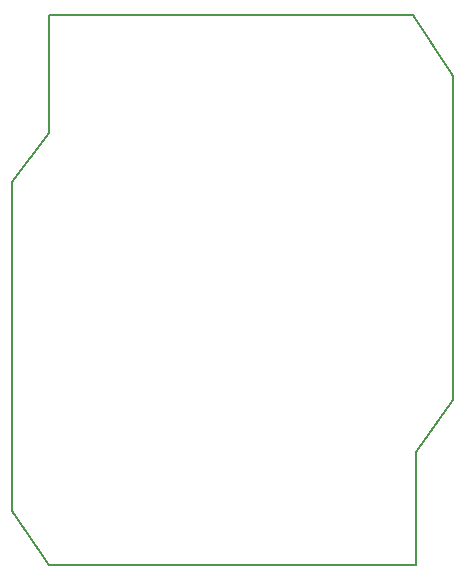
<source format=gbr>
G04 #@! TF.GenerationSoftware,KiCad,Pcbnew,5.1.4*
G04 #@! TF.CreationDate,2020-01-07T14:43:42-05:00*
G04 #@! TF.ProjectId,siot-splice-kit,73696f74-2d73-4706-9c69-63652d6b6974,rev?*
G04 #@! TF.SameCoordinates,Original*
G04 #@! TF.FileFunction,Profile,NP*
%FSLAX46Y46*%
G04 Gerber Fmt 4.6, Leading zero omitted, Abs format (unit mm)*
G04 Created by KiCad (PCBNEW 5.1.4) date 2020-01-07 14:43:42*
%MOMM*%
%LPD*%
G04 APERTURE LIST*
%ADD10C,0.200000*%
G04 APERTURE END LIST*
D10*
X98900000Y-94700000D02*
X98900000Y-67300000D01*
X64750000Y-108700000D02*
X95750000Y-108700000D01*
X61600000Y-76300000D02*
X61600000Y-104100000D01*
X95550000Y-62100000D02*
X64750000Y-62100000D01*
X95550000Y-62100000D02*
X98900000Y-67300000D01*
X64750000Y-62100000D02*
X64750000Y-72100000D01*
X64750000Y-72100000D02*
X61600000Y-76300000D01*
X61600000Y-104100000D02*
X64750000Y-108700000D01*
X95750000Y-108700000D02*
X95750000Y-99100000D01*
X95750000Y-99100000D02*
X98900000Y-94700000D01*
M02*

</source>
